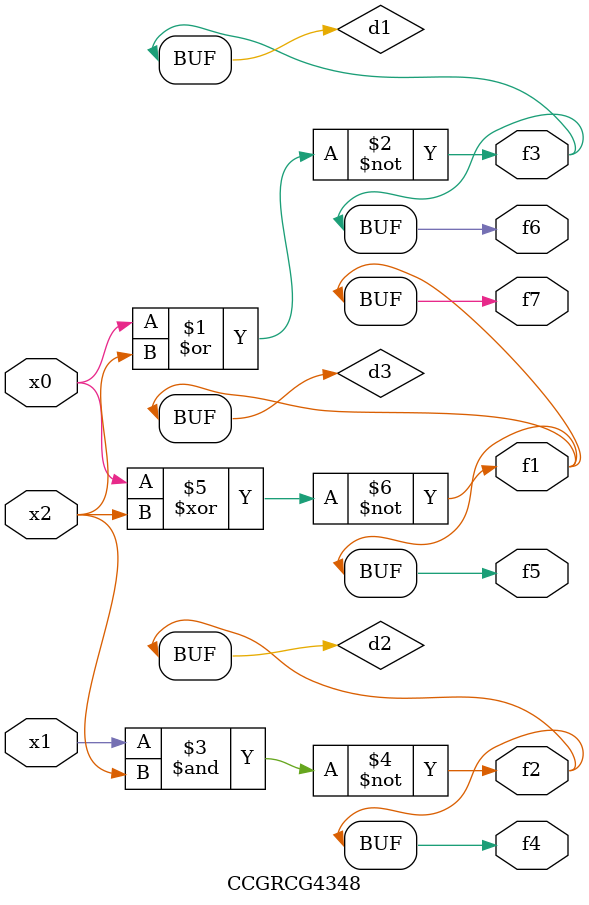
<source format=v>
module CCGRCG4348(
	input x0, x1, x2,
	output f1, f2, f3, f4, f5, f6, f7
);

	wire d1, d2, d3;

	nor (d1, x0, x2);
	nand (d2, x1, x2);
	xnor (d3, x0, x2);
	assign f1 = d3;
	assign f2 = d2;
	assign f3 = d1;
	assign f4 = d2;
	assign f5 = d3;
	assign f6 = d1;
	assign f7 = d3;
endmodule

</source>
